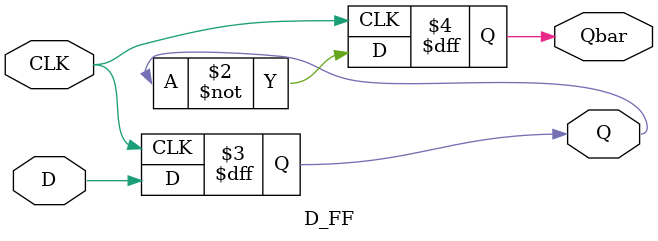
<source format=v>
module D_FF (CLK,D,Q,Qbar);
input CLK,D;
output reg Q,Qbar;
always@(posedge CLK)
begin 
  Q<=D;
  Qbar<=~Q;
  end
  endmodule
</source>
